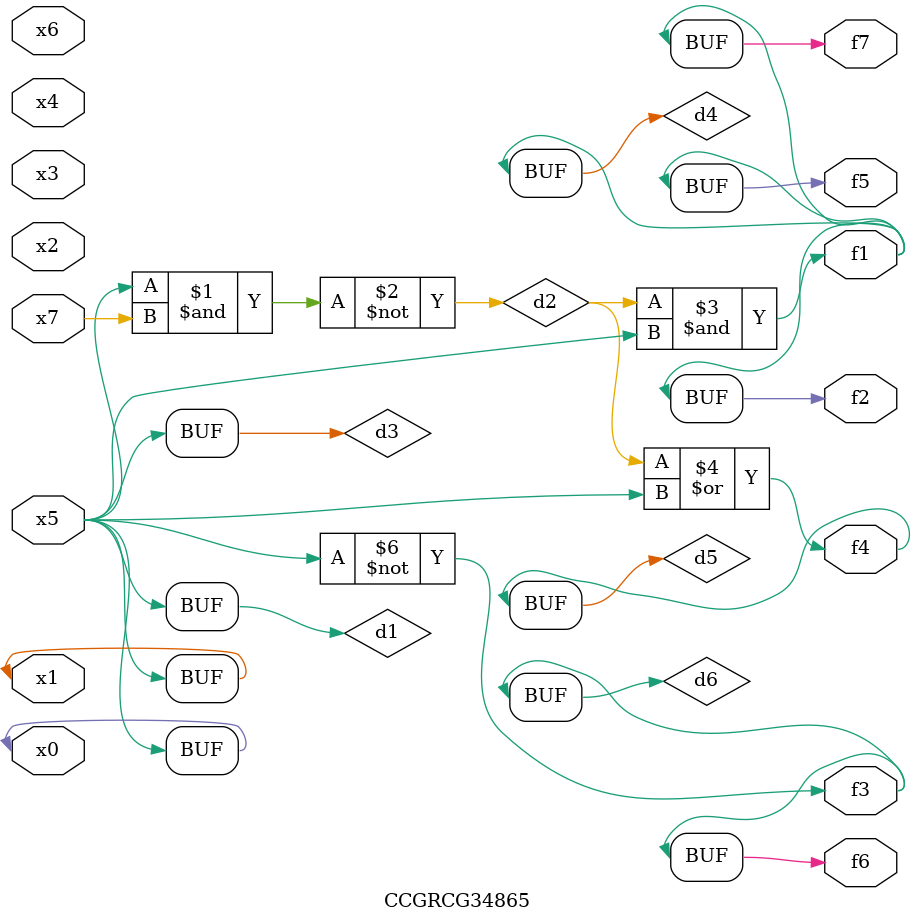
<source format=v>
module CCGRCG34865(
	input x0, x1, x2, x3, x4, x5, x6, x7,
	output f1, f2, f3, f4, f5, f6, f7
);

	wire d1, d2, d3, d4, d5, d6;

	buf (d1, x0, x5);
	nand (d2, x5, x7);
	buf (d3, x0, x1);
	and (d4, d2, d3);
	or (d5, d2, d3);
	nor (d6, d1, d3);
	assign f1 = d4;
	assign f2 = d4;
	assign f3 = d6;
	assign f4 = d5;
	assign f5 = d4;
	assign f6 = d6;
	assign f7 = d4;
endmodule

</source>
